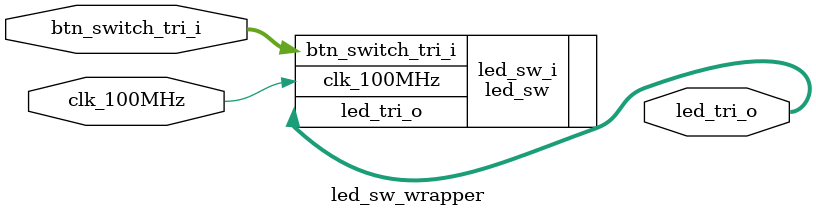
<source format=v>
`timescale 1 ps / 1 ps

module led_sw_wrapper
   (btn_switch_tri_i,
    clk_100MHz,
    led_tri_o);
  input [7:0]btn_switch_tri_i;
  input clk_100MHz;
  output [3:0]led_tri_o;

  wire [7:0]btn_switch_tri_i;
  wire clk_100MHz;
  wire [3:0]led_tri_o;

  led_sw led_sw_i
       (.btn_switch_tri_i(btn_switch_tri_i),
        .clk_100MHz(clk_100MHz),
        .led_tri_o(led_tri_o));
endmodule

</source>
